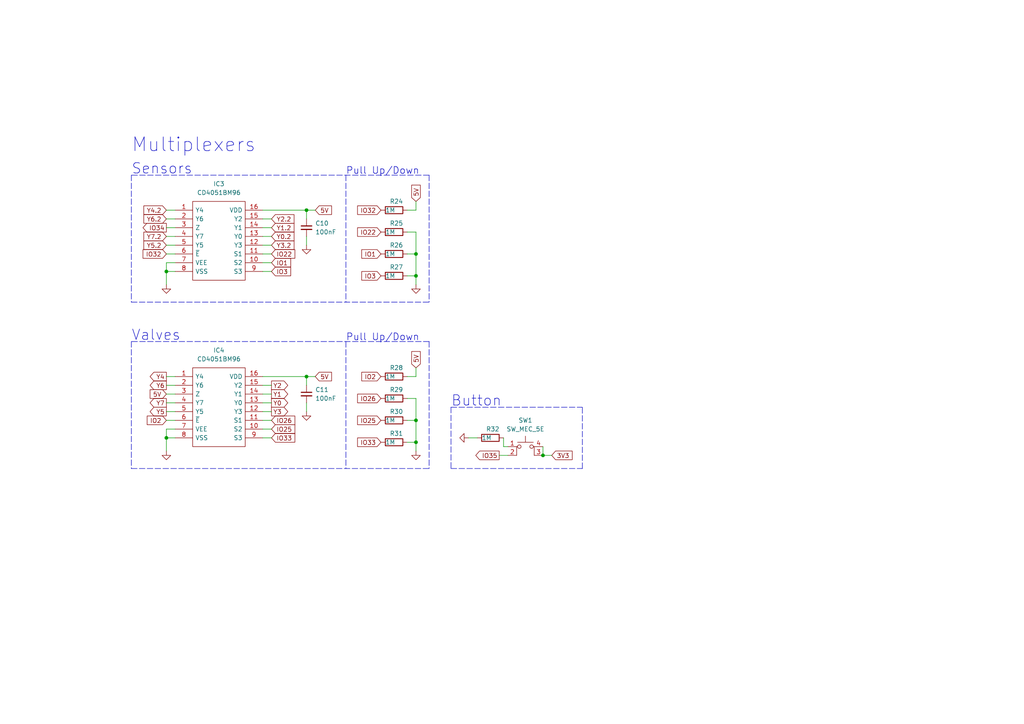
<source format=kicad_sch>
(kicad_sch (version 20211123) (generator eeschema)
  (paper "A4")
  (title_block (title "Plant Watering") (date "2022-08-29") (rev "1") (company "All in one device for plant irrigation") (comment 1 "Reading moisture, processing data, including weather, switching of solenoid valves") (comment 2 "5 A peak current, max. 1 s") (comment 3 "24 V input voltage"))
  (lib_symbols
    (symbol "Device:C_Small" (pin_numbers hide) (pin_names (offset 0.254) hide)
      (property "Reference" "C" (at 0.254 1.778 0))
      (property "Value" "C_Small" (at 0.254 -2.032 0))
      (symbol "C_Small_0_1"
        (polyline (pts (xy -1.524 -0.508) (xy 1.524 -0.508)) (stroke (width 0.3302)))
        (polyline (pts (xy -1.524 0.508) (xy 1.524 0.508)) (stroke (width 0.3048)))
      )
      (symbol "C_Small_1_1"
        (pin passive line (at 0 2.54 270) (length 2.032) (name "~") (number "1"))
        (pin passive line (at 0 -2.54 90) (length 2.032) (name "~") (number "2"))
      )
    )
    (symbol "Device:R" (pin_numbers hide) (pin_names (offset 0))
      (property "Reference" "R" (at 2.032 0 90))
      (property "Value" "R" (at 0 0 90))
      (symbol "R_0_1"
        (rectangle (start -1.016 -2.54) (end 1.016 2.54) (stroke (width 0.254)))
      )
      (symbol "R_1_1"
        (pin passive line (at 0 3.81 270) (length 1.27) (name "~") (number "1"))
        (pin passive line (at 0 -3.81 90) (length 1.27) (name "~") (number "2"))
      )
    )
    (symbol "SamacSys_Parts:HEF4051BT,653" (pin_names (offset 0.762))
      (property "Reference" "IC" (at 21.59 7.62 0))
      (property "Value" "HEF4051BT,653" (at 21.59 5.08 0))
      (symbol "HEF4051BT,653_0_0"
        (pin passive line (at 0 0 0) (length 5.08) (name "Y4") (number "1"))
        (pin passive line (at 25.4 -15.24 180) (length 5.08) (name "S2") (number "10"))
        (pin passive line (at 25.4 -12.7 180) (length 5.08) (name "S1") (number "11"))
        (pin passive line (at 25.4 -10.16 180) (length 5.08) (name "Y3") (number "12"))
        (pin passive line (at 25.4 -7.62 180) (length 5.08) (name "Y0") (number "13"))
        (pin passive line (at 25.4 -5.08 180) (length 5.08) (name "Y1") (number "14"))
        (pin passive line (at 25.4 -2.54 180) (length 5.08) (name "Y2") (number "15"))
        (pin passive line (at 25.4 0 180) (length 5.08) (name "VDD") (number "16"))
        (pin passive line (at 0 -2.54 0) (length 5.08) (name "Y6") (number "2"))
        (pin passive line (at 0 -5.08 0) (length 5.08) (name "Z") (number "3"))
        (pin passive line (at 0 -7.62 0) (length 5.08) (name "Y7") (number "4"))
        (pin passive line (at 0 -10.16 0) (length 5.08) (name "Y5") (number "5"))
        (pin passive line (at 0 -12.7 0) (length 5.08) (name "~{E}") (number "6"))
        (pin passive line (at 0 -15.24 0) (length 5.08) (name "VEE") (number "7"))
        (pin passive line (at 0 -17.78 0) (length 5.08) (name "VSS") (number "8"))
        (pin passive line (at 25.4 -17.78 180) (length 5.08) (name "S3") (number "9"))
      )
      (symbol "HEF4051BT,653_0_1"
        (polyline (pts (xy 5.08 2.54) (xy 20.32 2.54) (xy 20.32 -20.32) (xy 5.08 -20.32) (xy 5.08 2.54)) (stroke (width 0.1524)))
      )
    )
    (symbol "Switch:SW_MEC_5E" (pin_names (offset 1.016) hide)
      (property "Reference" "SW" (at 0.635 5.715 0))
      (property "Value" "SW_MEC_5E" (at 0 -3.175 0))
      (symbol "SW_MEC_5E_0_1"
        (circle (center -1.778 2.54) (radius 0.508))
        (polyline (pts (xy -2.286 3.81) (xy 2.286 3.81)))
        (polyline (pts (xy 0 3.81) (xy 0 5.588)))
        (polyline (pts (xy -2.54 0) (xy -2.54 2.54) (xy -2.286 2.54)))
        (polyline (pts (xy 2.54 0) (xy 2.54 2.54) (xy 2.286 2.54)))
        (circle (center 1.778 2.54) (radius 0.508))
        (pin passive line (at -5.08 2.54 0) (length 2.54) (name "1") (number "1"))
        (pin passive line (at -5.08 0 0) (length 2.54) (name "2") (number "2"))
        (pin passive line (at 5.08 0 180) (length 2.54) (name "K") (number "3"))
        (pin passive line (at 5.08 2.54 180) (length 2.54) (name "A") (number "4"))
      )
    )
    (symbol "power:GND" (power) (pin_names (offset 0))
      (property "Value" "GND" (at 0 -3.81 0))
      (symbol "GND_0_1"
        (polyline (pts (xy 0 0) (xy 0 -1.27) (xy 1.27 -1.27) (xy 0 -2.54) (xy -1.27 -1.27) (xy 0 -1.27)))
      )
      (symbol "GND_1_1"
        (pin power_in line (at 0 0 270) (length 0) hide (name "GND") (number "1"))
      )
    )
  )
  (junction (at 120.65 73.66))
  (junction (at 48.26 78.74))
  (junction (at 120.65 121.92))
  (junction (at 157.48 132.08))
  (junction (at 88.9 109.22))
  (junction (at 120.65 128.27))
  (junction (at 88.9 60.96))
  (junction (at 48.26 127))
  (junction (at 120.65 80.01))
  (wire (pts (xy 120.65 80.01) (xy 120.65 82.55)))
  (polyline (pts (xy 130.81 135.89) (xy 168.91 135.89)))
  (polyline (pts (xy 130.81 118.11) (xy 130.81 135.89)))
  (polyline (pts (xy 38.1 87.63) (xy 124.46 87.63)))
  (wire (pts (xy 144.78 132.08) (xy 147.32 132.08)))
  (wire (pts (xy 48.26 119.38) (xy 50.8 119.38)))
  (wire (pts (xy 157.48 132.08) (xy 160.02 132.08)))
  (wire (pts (xy 48.26 116.84) (xy 50.8 116.84)))
  (polyline (pts (xy 130.81 118.11) (xy 168.91 118.11)))
  (wire (pts (xy 120.65 128.27) (xy 120.65 130.81)))
  (wire (pts (xy 48.26 76.2) (xy 48.26 78.74)))
  (wire (pts (xy 78.74 116.84) (xy 76.2 116.84)))
  (wire (pts (xy 48.26 60.96) (xy 50.8 60.96)))
  (wire (pts (xy 48.26 121.92) (xy 50.8 121.92)))
  (wire (pts (xy 120.65 73.66) (xy 120.65 80.01)))
  (wire (pts (xy 120.65 67.31) (xy 120.65 73.66)))
  (wire (pts (xy 88.9 60.96) (xy 88.9 63.5)))
  (wire (pts (xy 78.74 111.76) (xy 76.2 111.76)))
  (wire (pts (xy 48.26 109.22) (xy 50.8 109.22)))
  (wire (pts (xy 48.26 68.58) (xy 50.8 68.58)))
  (wire (pts (xy 120.65 109.22) (xy 120.65 106.68)))
  (wire (pts (xy 78.74 63.5) (xy 76.2 63.5)))
  (polyline (pts (xy 168.91 135.89) (xy 168.91 118.11)))
  (polyline (pts (xy 100.33 50.8) (xy 100.33 87.63)))
  (polyline (pts (xy 38.1 50.8) (xy 38.1 87.63)))
  (wire (pts (xy 88.9 109.22) (xy 88.9 111.76)))
  (wire (pts (xy 48.26 71.12) (xy 50.8 71.12)))
  (wire (pts (xy 118.11 60.96) (xy 120.65 60.96)))
  (wire (pts (xy 48.26 78.74) (xy 48.26 82.55)))
  (wire (pts (xy 118.11 109.22) (xy 120.65 109.22)))
  (wire (pts (xy 78.74 68.58) (xy 76.2 68.58)))
  (polyline (pts (xy 100.33 99.06) (xy 100.33 135.89)))
  (polyline (pts (xy 124.46 99.06) (xy 38.1 99.06)))
  (wire (pts (xy 48.26 127) (xy 48.26 130.81)))
  (polyline (pts (xy 38.1 99.06) (xy 38.1 135.89)))
  (wire (pts (xy 78.74 124.46) (xy 76.2 124.46)))
  (wire (pts (xy 76.2 109.22) (xy 88.9 109.22)))
  (wire (pts (xy 78.74 71.12) (xy 76.2 71.12)))
  (wire (pts (xy 88.9 116.84) (xy 88.9 119.38)))
  (wire (pts (xy 78.74 66.04) (xy 76.2 66.04)))
  (wire (pts (xy 50.8 124.46) (xy 48.26 124.46)))
  (wire (pts (xy 50.8 76.2) (xy 48.26 76.2)))
  (polyline (pts (xy 124.46 50.8) (xy 38.1 50.8)))
  (wire (pts (xy 118.11 115.57) (xy 120.65 115.57)))
  (wire (pts (xy 78.74 121.92) (xy 76.2 121.92)))
  (wire (pts (xy 48.26 124.46) (xy 48.26 127)))
  (wire (pts (xy 48.26 63.5) (xy 50.8 63.5)))
  (wire (pts (xy 48.26 66.04) (xy 50.8 66.04)))
  (wire (pts (xy 120.65 60.96) (xy 120.65 58.42)))
  (wire (pts (xy 157.48 129.54) (xy 157.48 132.08)))
  (wire (pts (xy 135.89 127) (xy 138.43 127)))
  (wire (pts (xy 120.65 121.92) (xy 120.65 128.27)))
  (wire (pts (xy 118.11 67.31) (xy 120.65 67.31)))
  (wire (pts (xy 88.9 109.22) (xy 91.44 109.22)))
  (wire (pts (xy 76.2 60.96) (xy 88.9 60.96)))
  (wire (pts (xy 76.2 78.74) (xy 78.74 78.74)))
  (polyline (pts (xy 124.46 99.06) (xy 124.46 135.89)))
  (wire (pts (xy 76.2 73.66) (xy 78.74 73.66)))
  (wire (pts (xy 48.26 127) (xy 50.8 127)))
  (wire (pts (xy 146.05 129.54) (xy 146.05 127)))
  (wire (pts (xy 78.74 127) (xy 76.2 127)))
  (wire (pts (xy 118.11 80.01) (xy 120.65 80.01)))
  (wire (pts (xy 78.74 119.38) (xy 76.2 119.38)))
  (wire (pts (xy 118.11 128.27) (xy 120.65 128.27)))
  (wire (pts (xy 78.74 76.2) (xy 76.2 76.2)))
  (wire (pts (xy 48.26 114.3) (xy 50.8 114.3)))
  (wire (pts (xy 48.26 111.76) (xy 50.8 111.76)))
  (wire (pts (xy 118.11 121.92) (xy 120.65 121.92)))
  (wire (pts (xy 48.26 78.74) (xy 50.8 78.74)))
  (wire (pts (xy 120.65 115.57) (xy 120.65 121.92)))
  (wire (pts (xy 88.9 68.58) (xy 88.9 71.12)))
  (polyline (pts (xy 124.46 50.8) (xy 124.46 87.63)))
  (polyline (pts (xy 38.1 135.89) (xy 124.46 135.89)))
  (wire (pts (xy 88.9 60.96) (xy 91.44 60.96)))
  (wire (pts (xy 147.32 129.54) (xy 146.05 129.54)))
  (wire (pts (xy 48.26 73.66) (xy 50.8 73.66)))
  (wire (pts (xy 118.11 73.66) (xy 120.65 73.66)))
  (wire (pts (xy 78.74 114.3) (xy 76.2 114.3)))
  (text "Button\n" (at 130.81 118.11 0) (effects (font (size 3 3)) (justify left bottom)))
  (text "Valves" (at 38.1 99.06 0) (effects (font (size 3 3)) (justify left bottom)))
  (text "Pull Up/Down" (at 100.33 50.8 0) (effects (font (size 2 2)) (justify left bottom)))
  (text "Multiplexers" (at 38.1 44.45 0) (effects (font (size 4 4)) (justify left bottom)))
  (text "Sensors" (at 38.1 50.8 0) (effects (font (size 3 3)) (justify left bottom)))
  (text "Pull Up/Down" (at 100.33 99.06 0) (effects (font (size 2 2)) (justify left bottom)))
  (global_label "Y1" (shape output) (at 78.74 114.3 0) (property "Intersheet References" "${INTERSHEET_REFS}" (effects hide)))
  (global_label "IO1" (shape input) (at 110.49 73.66 180) (property "Intersheet References" "${INTERSHEET_REFS}" (effects hide)))
  (global_label "IO26" (shape input) (at 110.49 115.57 180) (property "Intersheet References" "${INTERSHEET_REFS}" (effects hide)))
  (global_label "Y4.2" (shape input) (at 48.26 60.96 180) (property "Intersheet References" "${INTERSHEET_REFS}" (effects hide)))
  (global_label "IO22" (shape input) (at 78.74 73.66 0) (property "Intersheet References" "${INTERSHEET_REFS}" (effects hide)))
  (global_label "Y5.2" (shape input) (at 48.26 71.12 180) (property "Intersheet References" "${INTERSHEET_REFS}" (effects hide)))
  (global_label "3V3" (shape input) (at 160.02 132.08 0) (property "Intersheet References" "${INTERSHEET_REFS}" (effects hide)))
  (global_label "IO25" (shape input) (at 78.74 124.46 0) (property "Intersheet References" "${INTERSHEET_REFS}" (effects hide)))
  (global_label "IO2" (shape input) (at 48.26 121.92 180) (property "Intersheet References" "${INTERSHEET_REFS}" (effects hide)))
  (global_label "5V" (shape input) (at 48.26 114.3 180) (property "Intersheet References" "${INTERSHEET_REFS}" (effects hide)))
  (global_label "Y7.2" (shape input) (at 48.26 68.58 180) (property "Intersheet References" "${INTERSHEET_REFS}" (effects hide)))
  (global_label "IO35" (shape output) (at 144.78 132.08 180) (property "Intersheet References" "${INTERSHEET_REFS}" (effects hide)))
  (global_label "IO34" (shape output) (at 48.26 66.04 180) (property "Intersheet References" "${INTERSHEET_REFS}" (effects hide)))
  (global_label "IO33" (shape input) (at 110.49 128.27 180) (property "Intersheet References" "${INTERSHEET_REFS}" (effects hide)))
  (global_label "5V" (shape input) (at 91.44 109.22 0) (property "Intersheet References" "${INTERSHEET_REFS}" (effects hide)))
  (global_label "IO33" (shape input) (at 78.74 127 0) (property "Intersheet References" "${INTERSHEET_REFS}" (effects hide)))
  (global_label "Y4" (shape output) (at 48.26 109.22 180) (property "Intersheet References" "${INTERSHEET_REFS}" (effects hide)))
  (global_label "Y0.2" (shape input) (at 78.74 68.58 0) (property "Intersheet References" "${INTERSHEET_REFS}" (effects hide)))
  (global_label "Y1.2" (shape input) (at 78.74 66.04 0) (property "Intersheet References" "${INTERSHEET_REFS}" (effects hide)))
  (global_label "Y3.2" (shape input) (at 78.74 71.12 0) (property "Intersheet References" "${INTERSHEET_REFS}" (effects hide)))
  (global_label "IO25" (shape input) (at 110.49 121.92 180) (property "Intersheet References" "${INTERSHEET_REFS}" (effects hide)))
  (global_label "Y3" (shape output) (at 78.74 119.38 0) (property "Intersheet References" "${INTERSHEET_REFS}" (effects hide)))
  (global_label "5V" (shape input) (at 120.65 58.42 90) (property "Intersheet References" "${INTERSHEET_REFS}" (effects hide)))
  (global_label "IO32" (shape input) (at 110.49 60.96 180) (property "Intersheet References" "${INTERSHEET_REFS}" (effects hide)))
  (global_label "IO2" (shape input) (at 110.49 109.22 180) (property "Intersheet References" "${INTERSHEET_REFS}" (effects hide)))
  (global_label "IO1" (shape input) (at 78.74 76.2 0) (property "Intersheet References" "${INTERSHEET_REFS}" (effects hide)))
  (global_label "IO3" (shape input) (at 78.74 78.74 0) (property "Intersheet References" "${INTERSHEET_REFS}" (effects hide)))
  (global_label "Y6.2" (shape input) (at 48.26 63.5 180) (property "Intersheet References" "${INTERSHEET_REFS}" (effects hide)))
  (global_label "Y5" (shape output) (at 48.26 119.38 180) (property "Intersheet References" "${INTERSHEET_REFS}" (effects hide)))
  (global_label "Y7" (shape output) (at 48.26 116.84 180) (property "Intersheet References" "${INTERSHEET_REFS}" (effects hide)))
  (global_label "IO3" (shape input) (at 110.49 80.01 180) (property "Intersheet References" "${INTERSHEET_REFS}" (effects hide)))
  (global_label "Y2" (shape output) (at 78.74 111.76 0) (property "Intersheet References" "${INTERSHEET_REFS}" (effects hide)))
  (global_label "IO32" (shape input) (at 48.26 73.66 180) (property "Intersheet References" "${INTERSHEET_REFS}" (effects hide)))
  (global_label "IO22" (shape input) (at 110.49 67.31 180) (property "Intersheet References" "${INTERSHEET_REFS}" (effects hide)))
  (global_label "Y6" (shape output) (at 48.26 111.76 180) (property "Intersheet References" "${INTERSHEET_REFS}" (effects hide)))
  (global_label "Y2.2" (shape input) (at 78.74 63.5 0) (property "Intersheet References" "${INTERSHEET_REFS}" (effects hide)))
  (global_label "IO26" (shape input) (at 78.74 121.92 0) (property "Intersheet References" "${INTERSHEET_REFS}" (effects hide)))
  (global_label "Y0" (shape output) (at 78.74 116.84 0) (property "Intersheet References" "${INTERSHEET_REFS}" (effects hide)))
  (global_label "5V" (shape input) (at 120.65 106.68 90) (property "Intersheet References" "${INTERSHEET_REFS}" (effects hide)))
  (global_label "5V" (shape input) (at 91.44 60.96 0) (property "Intersheet References" "${INTERSHEET_REFS}" (effects hide)))
  (symbol (lib_id "Device:R") (at 142.24 127 270) (unit 1)
    (property "Reference" "R32" (at 140.97 124.46 90) (effects (justify left)))
    (property "Value" "1M" (at 139.7 127 90) (effects (justify left)))
    (property "Footprint" "Resistor_SMD:R_0805_2012Metric" (effects hide))
    (property "LCSC" "C17514" (effects hide))
  )
  (symbol (lib_id "power:GND") (at 120.65 130.81 0) (unit 1)
    (property "Reference" "#PWR048" (effects hide))
    (property "Value" "GND" (effects hide))
  )
  (symbol (lib_id "Device:R") (at 114.3 121.92 270) (unit 1)
    (property "Reference" "R30" (at 113.03 119.38 90) (effects (justify left)))
    (property "Value" "1M" (at 111.76 121.92 90) (effects (justify left)))
    (property "Footprint" "Resistor_SMD:R_0805_2012Metric" (effects hide))
    (property "LCSC" "C17514" (effects hide))
  )
  (symbol (lib_id "power:GND") (at 48.26 130.81 0) (unit 1)
    (property "Reference" "#PWR044" (effects hide))
    (property "Value" "GND" (effects hide))
  )
  (symbol (lib_id "Device:R") (at 114.3 80.01 270) (unit 1)
    (property "Reference" "R27" (at 113.03 77.47 90) (effects (justify left)))
    (property "Value" "1M" (at 111.76 80.01 90) (effects (justify left)))
    (property "Footprint" "Resistor_SMD:R_0805_2012Metric" (effects hide))
    (property "LCSC" "C17514" (effects hide))
  )
  (symbol (lib_id "power:GND") (at 135.89 127 270) (unit 1)
    (property "Reference" "#PWR049" (effects hide))
    (property "Value" "GND" (effects hide))
  )
  (symbol (lib_id "power:GND") (at 120.65 82.55 0) (unit 1)
    (property "Reference" "#PWR047" (effects hide))
    (property "Value" "GND" (effects hide))
  )
  (symbol (lib_id "power:GND") (at 88.9 119.38 0) (unit 1)
    (property "Reference" "#PWR046" (effects hide))
    (property "Value" "GND" (effects hide))
  )
  (symbol (lib_id "SamacSys_Parts:HEF4051BT,653") (at 50.8 60.96 0) (unit 1)
    (property "Reference" "IC3" (at 63.5 53.34 0))
    (property "Value" "CD4051BM96" (at 63.5 55.88 0))
    (property "Footprint" "SamacSys_Parts:SOIC127P600X175-16N" (effects hide))
    (property "Description" "HEF4051B - 8-channel analog multiplexer/demultiplexer@en-us" (effects hide))
    (property "Height" "1.75" (effects hide))
    (property "Manufacturer_Part_Number" "CD4051BM96" (effects hide))
    (property "LCSC" "C21379" (effects hide))
  )
  (symbol (lib_id "Device:C_Small") (at 88.9 114.3 0) (unit 1)
    (property "Reference" "C11" (at 91.44 113.03 0) (effects (justify left)))
    (property "Value" "100nF" (at 91.44 115.57 0) (effects (justify left)))
    (property "Footprint" "Capacitor_SMD:C_0805_2012Metric" (effects hide))
    (property "LCSC" "C49678" (effects hide))
  )
  (symbol (lib_id "Device:R") (at 114.3 73.66 270) (unit 1)
    (property "Reference" "R26" (at 113.03 71.12 90) (effects (justify left)))
    (property "Value" "1M" (at 111.76 73.66 90) (effects (justify left)))
    (property "Footprint" "Resistor_SMD:R_0805_2012Metric" (effects hide))
    (property "LCSC" "C17514" (effects hide))
  )
  (symbol (lib_id "power:GND") (at 88.9 71.12 0) (unit 1)
    (property "Reference" "#PWR045" (effects hide))
    (property "Value" "GND" (effects hide))
  )
  (symbol (lib_id "Device:R") (at 114.3 109.22 270) (unit 1)
    (property "Reference" "R28" (at 113.03 106.68 90) (effects (justify left)))
    (property "Value" "1M" (at 111.76 109.22 90) (effects (justify left)))
    (property "Footprint" "Resistor_SMD:R_0805_2012Metric" (effects hide))
    (property "LCSC" "C17514" (effects hide))
  )
  (symbol (lib_id "Device:R") (at 114.3 115.57 270) (unit 1)
    (property "Reference" "R29" (at 113.03 113.03 90) (effects (justify left)))
    (property "Value" "1M" (at 111.76 115.57 90) (effects (justify left)))
    (property "Footprint" "Resistor_SMD:R_0805_2012Metric" (effects hide))
    (property "LCSC" "C17514" (effects hide))
  )
  (symbol (lib_id "Device:R") (at 114.3 60.96 270) (unit 1)
    (property "Reference" "R24" (at 113.03 58.42 90) (effects (justify left)))
    (property "Value" "1M" (at 111.76 60.96 90) (effects (justify left)))
    (property "Footprint" "Resistor_SMD:R_0805_2012Metric" (effects hide))
    (property "LCSC" "C17514" (effects hide))
  )
  (symbol (lib_id "Switch:SW_MEC_5E") (at 152.4 132.08 0) (unit 1)
    (property "Reference" "SW1" (at 152.4 121.92 0))
    (property "Value" "SW_MEC_5E" (at 152.4 124.46 0))
    (property "Footprint" "PersonalLibrary:SW_SPST_Omron_B3FS-100xP_3D" (effects hide))
    (property "Datasheet" "http://www.apem.com/int/index.php?controller=attachment&id_attachment=1371" (effects hide))
    (property "LCSC" "C231324" (effects hide))
  )
  (symbol (lib_id "Device:C_Small") (at 88.9 66.04 0) (unit 1)
    (property "Reference" "C10" (at 91.44 64.77 0) (effects (justify left)))
    (property "Value" "100nF" (at 91.44 67.31 0) (effects (justify left)))
    (property "Footprint" "Capacitor_SMD:C_0805_2012Metric" (effects hide))
    (property "LCSC" "C49678" (effects hide))
  )
  (symbol (lib_id "power:GND") (at 48.26 82.55 0) (unit 1)
    (property "Reference" "#PWR043" (effects hide))
    (property "Value" "GND" (effects hide))
  )
  (symbol (lib_id "Device:R") (at 114.3 67.31 270) (unit 1)
    (property "Reference" "R25" (at 113.03 64.77 90) (effects (justify left)))
    (property "Value" "1M" (at 111.76 67.31 90) (effects (justify left)))
    (property "Footprint" "Resistor_SMD:R_0805_2012Metric" (effects hide))
    (property "LCSC" "C17514" (effects hide))
  )
  (symbol (lib_id "SamacSys_Parts:HEF4051BT,653") (at 50.8 109.22 0) (unit 1)
    (property "Reference" "IC4" (at 63.5 101.6 0))
    (property "Value" "CD4051BM96" (at 63.5 104.14 0))
    (property "Footprint" "SamacSys_Parts:SOIC127P600X175-16N" (effects hide))
    (property "Height" "1.75" (effects hide))
    (property "Manufacturer_Part_Number" "CD4051BM96" (effects hide))
    (property "LCSC" "C21379" (effects hide))
  )
  (symbol (lib_id "Device:R") (at 114.3 128.27 270) (unit 1)
    (property "Reference" "R31" (at 113.03 125.73 90) (effects (justify left)))
    (property "Value" "1M" (at 111.76 128.27 90) (effects (justify left)))
    (property "Footprint" "Resistor_SMD:R_0805_2012Metric" (effects hide))
    (property "LCSC" "C17514" (effects hide))
  )
)
</source>
